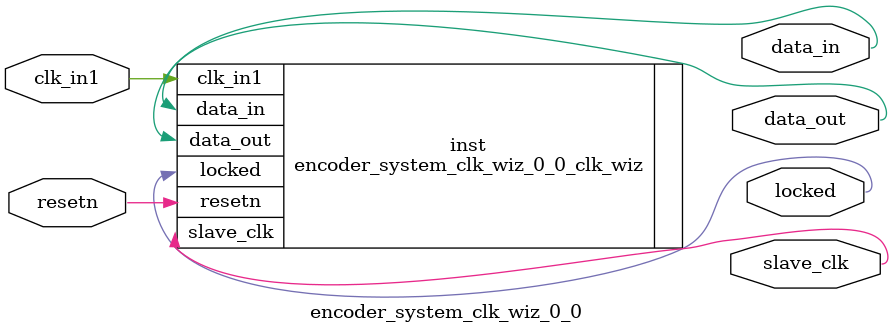
<source format=v>


`timescale 1ps/1ps

(* CORE_GENERATION_INFO = "encoder_system_clk_wiz_0_0,clk_wiz_v6_0_10_0_0,{component_name=encoder_system_clk_wiz_0_0,use_phase_alignment=true,use_min_o_jitter=false,use_max_i_jitter=false,use_dyn_phase_shift=false,use_inclk_switchover=false,use_dyn_reconfig=false,enable_axi=0,feedback_source=FDBK_AUTO,PRIMITIVE=MMCM,num_out_clk=3,clkin1_period=10.000,clkin2_period=10.000,use_power_down=false,use_reset=true,use_locked=true,use_inclk_stopped=false,feedback_type=SINGLE,CLOCK_MGR_TYPE=NA,manual_override=false}" *)

module encoder_system_clk_wiz_0_0 
 (
  // Clock out ports
  output        slave_clk,
  output        data_out,
  output        data_in,
  // Status and control signals
  input         resetn,
  output        locked,
 // Clock in ports
  input         clk_in1
 );

  encoder_system_clk_wiz_0_0_clk_wiz inst
  (
  // Clock out ports  
  .slave_clk(slave_clk),
  .data_out(data_out),
  .data_in(data_in),
  // Status and control signals               
  .resetn(resetn), 
  .locked(locked),
 // Clock in ports
  .clk_in1(clk_in1)
  );

endmodule

</source>
